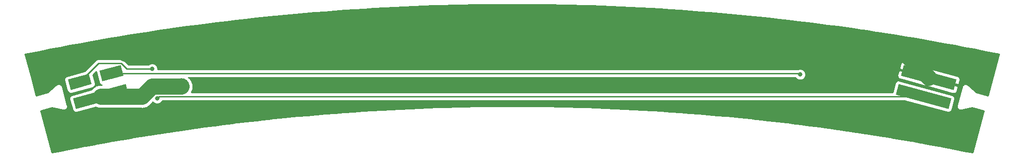
<source format=gbr>
G04 #@! TF.GenerationSoftware,KiCad,Pcbnew,(5.0.1)-4*
G04 #@! TF.CreationDate,2018-11-24T23:15:51-05:00*
G04 #@! TF.ProjectId,strutA,7374727574412E6B696361645F706362,rev?*
G04 #@! TF.SameCoordinates,Original*
G04 #@! TF.FileFunction,Copper,L2,Bot,Signal*
G04 #@! TF.FilePolarity,Positive*
%FSLAX46Y46*%
G04 Gerber Fmt 4.6, Leading zero omitted, Abs format (unit mm)*
G04 Created by KiCad (PCBNEW (5.0.1)-4) date 2018-11-24 11:15:51 PM*
%MOMM*%
%LPD*%
G01*
G04 APERTURE LIST*
G04 #@! TA.AperFunction,SMDPad,CuDef*
%ADD10C,2.000000*%
G04 #@! TD*
G04 #@! TA.AperFunction,Conductor*
%ADD11C,0.100000*%
G04 #@! TD*
G04 #@! TA.AperFunction,ViaPad*
%ADD12C,0.800000*%
G04 #@! TD*
G04 #@! TA.AperFunction,ViaPad*
%ADD13C,3.000000*%
G04 #@! TD*
G04 #@! TA.AperFunction,Conductor*
%ADD14C,0.250000*%
G04 #@! TD*
G04 #@! TA.AperFunction,Conductor*
%ADD15C,3.000000*%
G04 #@! TD*
G04 #@! TA.AperFunction,Conductor*
%ADD16C,0.254000*%
G04 #@! TD*
G04 APERTURE END LIST*
D10*
G04 #@! TO.P,J1,4*
G04 #@! TO.N,Net-(J1-Pad4)*
X130857802Y-148357624D03*
D11*
G04 #@! TD*
G04 #@! TO.N,Net-(J1-Pad4)*
G04 #@! TO.C,J1*
G36*
X133049870Y-148799027D02*
X129189438Y-149846437D01*
X128665734Y-147916221D01*
X132526166Y-146868811D01*
X133049870Y-148799027D01*
X133049870Y-148799027D01*
G37*
D10*
G04 #@! TO.P,J1,3*
G04 #@! TO.N,Net-(J1-Pad3)*
X136648450Y-146786510D03*
D11*
G04 #@! TD*
G04 #@! TO.N,Net-(J1-Pad3)*
G04 #@! TO.C,J1*
G36*
X138840518Y-147227913D02*
X134980086Y-148275323D01*
X134456382Y-146345107D01*
X138316814Y-145297697D01*
X138840518Y-147227913D01*
X138840518Y-147227913D01*
G37*
D10*
G04 #@! TO.P,J1,5*
G04 #@! TO.N,GND*
X134695794Y-151046456D03*
D11*
G04 #@! TD*
G04 #@! TO.N,GND*
G04 #@! TO.C,J1*
G36*
X139783186Y-150702302D02*
X130132107Y-153320825D01*
X129608402Y-151390610D01*
X139259481Y-148772087D01*
X139783186Y-150702302D01*
X139783186Y-150702302D01*
G37*
D10*
G04 #@! TO.P,J2,2*
G04 #@! TO.N,/Clock*
X285304206Y-151046456D03*
D11*
G04 #@! TD*
G04 #@! TO.N,/Clock*
G04 #@! TO.C,J2*
G36*
X280740519Y-148772087D02*
X290391598Y-151390610D01*
X289867893Y-153320825D01*
X280216814Y-150702302D01*
X280740519Y-148772087D01*
X280740519Y-148772087D01*
G37*
D10*
G04 #@! TO.P,J2,1*
G04 #@! TO.N,+5V*
X286246874Y-147572067D03*
D11*
G04 #@! TD*
G04 #@! TO.N,+5V*
G04 #@! TO.C,J2*
G36*
X281683187Y-145297698D02*
X291334266Y-147916221D01*
X290810561Y-149846436D01*
X281159482Y-147227913D01*
X281683187Y-145297698D01*
X281683187Y-145297698D01*
G37*
D12*
G04 #@! TO.N,Net-(J1-Pad4)*
X144100000Y-146000000D03*
G04 #@! TO.N,Net-(J1-Pad3)*
X262700000Y-147000000D03*
D13*
G04 #@! TO.N,GND*
X149400000Y-149221456D03*
D12*
G04 #@! TO.N,/Clock*
X145000000Y-151400000D03*
D13*
G04 #@! TO.N,+5V*
X137700000Y-141700000D03*
G04 #@! TD*
D14*
G04 #@! TO.N,Net-(J1-Pad4)*
X132350470Y-146864956D02*
X130857802Y-148357624D01*
X134242739Y-144972687D02*
X132350470Y-146864956D01*
X138451438Y-144972687D02*
X134242739Y-144972687D01*
X139478751Y-146000000D02*
X138451438Y-144972687D01*
X144100000Y-146000000D02*
X139478751Y-146000000D01*
G04 #@! TO.N,Net-(J1-Pad3)*
X136648450Y-146786510D02*
X262486510Y-146786510D01*
X262486510Y-146786510D02*
X262700000Y-147000000D01*
D15*
G04 #@! TO.N,GND*
X138614739Y-151046456D02*
X134695794Y-151046456D01*
X142245542Y-151046456D02*
X138614739Y-151046456D01*
X144070542Y-149221456D02*
X142245542Y-151046456D01*
X149400000Y-149221456D02*
X144070542Y-149221456D01*
D14*
G04 #@! TO.N,/Clock*
X285304206Y-151046456D02*
X145353544Y-151046456D01*
X145353544Y-151046456D02*
X145000000Y-151400000D01*
D15*
G04 #@! TO.N,+5V*
X284754207Y-146079400D02*
X286246874Y-147572067D01*
X281874806Y-143199999D02*
X284754207Y-146079400D01*
X139199999Y-143199999D02*
X281874806Y-143199999D01*
X137700000Y-141700000D02*
X139199999Y-143199999D01*
G04 #@! TD*
D16*
G04 #@! TO.N,+5V*
G36*
X213559571Y-134189265D02*
X213561352Y-134189630D01*
X213624488Y-134189979D01*
X213687746Y-134190674D01*
X213689537Y-134190338D01*
X215432713Y-134199970D01*
X217174067Y-134228832D01*
X217174069Y-134228832D01*
X219047243Y-134259879D01*
X220863534Y-134299797D01*
X222669922Y-134349697D01*
X224413166Y-134407484D01*
X224413167Y-134407484D01*
X226286432Y-134469581D01*
X228092678Y-134539437D01*
X229899035Y-134619275D01*
X231642299Y-134705957D01*
X231642301Y-134705957D01*
X233515305Y-134799089D01*
X235321706Y-134898890D01*
X237065080Y-135004841D01*
X237065081Y-135004841D01*
X238936329Y-135118563D01*
X240742824Y-135248311D01*
X242540749Y-135378161D01*
X244413911Y-135523047D01*
X244413912Y-135523047D01*
X246157256Y-135657891D01*
X247953570Y-135807585D01*
X249759907Y-135967261D01*
X251556469Y-136136937D01*
X253365612Y-136316852D01*
X255162441Y-136496535D01*
X256959060Y-136686178D01*
X258821720Y-136893141D01*
X258821722Y-136893141D01*
X260555233Y-137085754D01*
X262351826Y-137295356D01*
X264148176Y-137514911D01*
X266010825Y-137752916D01*
X266010826Y-137752916D01*
X267744643Y-137974459D01*
X269540721Y-138213936D01*
X271326808Y-138463389D01*
X273051064Y-138713840D01*
X273051311Y-138713927D01*
X273114990Y-138723125D01*
X273179457Y-138732489D01*
X273179722Y-138732475D01*
X274911838Y-138982670D01*
X276635574Y-139252305D01*
X276637285Y-139252922D01*
X276699795Y-139262351D01*
X276762222Y-139272116D01*
X276764038Y-139272041D01*
X278487987Y-139532078D01*
X280210283Y-139811109D01*
X282062753Y-140111230D01*
X283848856Y-140410578D01*
X285625268Y-140719952D01*
X287413736Y-141039678D01*
X289191440Y-141359266D01*
X290968098Y-141688647D01*
X292810019Y-142040475D01*
X292810022Y-142040475D01*
X294524443Y-142367949D01*
X296301012Y-142717275D01*
X298077101Y-143076484D01*
X299159671Y-143302784D01*
X297106074Y-150869569D01*
X294992303Y-150293750D01*
X293469505Y-148944205D01*
X293411117Y-148877256D01*
X293313616Y-148828840D01*
X293219620Y-148773918D01*
X293196684Y-148770777D01*
X293175950Y-148760481D01*
X293067336Y-148753062D01*
X292959485Y-148738292D01*
X292937095Y-148744167D01*
X292913996Y-148742589D01*
X292810808Y-148777301D01*
X292705517Y-148804927D01*
X292687078Y-148818924D01*
X292665136Y-148826305D01*
X292583093Y-148897858D01*
X292496381Y-148963679D01*
X292484702Y-148983667D01*
X292467255Y-148998883D01*
X292418834Y-149096396D01*
X292363918Y-149190380D01*
X292351866Y-149278384D01*
X291433863Y-152667181D01*
X291399750Y-152749989D01*
X291399958Y-152858116D01*
X291392589Y-152966003D01*
X291400208Y-152988652D01*
X291400254Y-153012551D01*
X291441830Y-153112380D01*
X291476305Y-153214863D01*
X291492012Y-153232872D01*
X291501200Y-153254935D01*
X291577811Y-153331251D01*
X291648883Y-153412744D01*
X291670288Y-153423373D01*
X291687218Y-153440238D01*
X291787196Y-153481425D01*
X291884050Y-153529519D01*
X291907894Y-153531148D01*
X291929989Y-153540250D01*
X292038120Y-153540042D01*
X292146003Y-153547411D01*
X292230895Y-153518853D01*
X294228150Y-153117579D01*
X296339780Y-153685535D01*
X294265159Y-161329787D01*
X293263121Y-161125779D01*
X293260996Y-161124905D01*
X293199359Y-161112798D01*
X293137973Y-161100300D01*
X293135682Y-161100290D01*
X291517474Y-160782428D01*
X289909468Y-160464677D01*
X289907349Y-160463820D01*
X289845794Y-160452095D01*
X289784175Y-160439919D01*
X289781884Y-160439922D01*
X288225466Y-160143461D01*
X288223687Y-160142753D01*
X288161660Y-160131308D01*
X288099639Y-160119494D01*
X288097723Y-160119510D01*
X286479655Y-159820937D01*
X284872133Y-159522535D01*
X284870013Y-159521705D01*
X284808201Y-159510667D01*
X284746545Y-159499222D01*
X284744271Y-159499251D01*
X283187790Y-159221308D01*
X283185689Y-159220502D01*
X283123913Y-159209901D01*
X283062031Y-159198851D01*
X283059775Y-159198895D01*
X281431826Y-158919543D01*
X279814425Y-158640349D01*
X279812622Y-158639667D01*
X279750374Y-158629292D01*
X279688212Y-158618562D01*
X279686286Y-158618611D01*
X278130411Y-158359298D01*
X278128312Y-158358521D01*
X278066362Y-158348624D01*
X278004384Y-158338294D01*
X278002144Y-158338364D01*
X276374753Y-158078367D01*
X274756703Y-157818323D01*
X274754604Y-157817559D01*
X274692497Y-157808004D01*
X274630548Y-157798048D01*
X274628319Y-157798131D01*
X273062699Y-157557266D01*
X273060885Y-157556618D01*
X272998498Y-157547389D01*
X272936110Y-157537791D01*
X272934184Y-157537875D01*
X271369245Y-157306375D01*
X271367687Y-157305827D01*
X271305057Y-157296880D01*
X271242278Y-157287593D01*
X271240623Y-157287675D01*
X269687414Y-157065788D01*
X269687153Y-157065696D01*
X269622911Y-157056573D01*
X269558988Y-157047441D01*
X269558713Y-157047456D01*
X267994980Y-156825387D01*
X267992903Y-156824674D01*
X267930626Y-156816248D01*
X267868439Y-156807417D01*
X267866248Y-156807538D01*
X266228392Y-156585946D01*
X264599571Y-156364272D01*
X264595892Y-156363053D01*
X264535196Y-156355511D01*
X264474592Y-156347263D01*
X264470724Y-156347500D01*
X262843244Y-156145269D01*
X261215584Y-155933384D01*
X261211672Y-155932116D01*
X261151120Y-155924992D01*
X261090739Y-155917132D01*
X261086642Y-155917407D01*
X259446561Y-155724456D01*
X257819969Y-155531960D01*
X257817909Y-155531305D01*
X257755471Y-155524327D01*
X257693012Y-155516935D01*
X257690855Y-155517105D01*
X256116188Y-155341112D01*
X256114538Y-155340597D01*
X256051657Y-155333900D01*
X255988707Y-155326864D01*
X255986982Y-155327011D01*
X254424330Y-155160575D01*
X254424135Y-155160514D01*
X254360256Y-155153750D01*
X254295263Y-155146828D01*
X254295056Y-155146847D01*
X252720280Y-154980106D01*
X252716561Y-154978995D01*
X252655629Y-154973260D01*
X252594852Y-154966825D01*
X252590992Y-154967177D01*
X250953683Y-154813077D01*
X249316489Y-154649358D01*
X249312761Y-154648268D01*
X249251824Y-154642891D01*
X249190992Y-154636808D01*
X249187128Y-154637183D01*
X247483259Y-154486841D01*
X247483257Y-154486841D01*
X245910823Y-154348097D01*
X245908953Y-154347562D01*
X245846112Y-154342387D01*
X245783259Y-154336841D01*
X245781324Y-154337051D01*
X244208954Y-154207562D01*
X244208953Y-154207562D01*
X242507012Y-154067402D01*
X242505137Y-154066878D01*
X242442242Y-154062068D01*
X242379386Y-154056892D01*
X242377452Y-154057114D01*
X240803190Y-153936729D01*
X240801314Y-153936216D01*
X240738531Y-153931784D01*
X240675510Y-153926965D01*
X240673571Y-153927199D01*
X239099243Y-153816070D01*
X239097237Y-153815535D01*
X239034415Y-153811494D01*
X238971631Y-153807062D01*
X238969572Y-153807323D01*
X237322834Y-153701392D01*
X235685535Y-153595449D01*
X235683647Y-153594957D01*
X235620698Y-153591254D01*
X235557750Y-153587181D01*
X235555815Y-153587437D01*
X233981594Y-153494835D01*
X233979602Y-153494329D01*
X233916736Y-153491020D01*
X233853866Y-153487322D01*
X233851829Y-153487604D01*
X232203852Y-153400868D01*
X230567762Y-153314252D01*
X230565775Y-153313759D01*
X230502817Y-153310814D01*
X230439981Y-153307487D01*
X230437958Y-153307779D01*
X228853911Y-153233672D01*
X228852101Y-153233234D01*
X228789043Y-153230637D01*
X228725912Y-153227684D01*
X228724068Y-153227962D01*
X227152018Y-153163230D01*
X227151943Y-153163212D01*
X227089040Y-153160637D01*
X227022206Y-153157885D01*
X227022125Y-153157898D01*
X225440067Y-153093135D01*
X225438241Y-153092704D01*
X225375160Y-153090478D01*
X225312047Y-153087894D01*
X225310192Y-153088185D01*
X223736228Y-153032633D01*
X223734265Y-153032182D01*
X223671305Y-153030341D01*
X223608318Y-153028118D01*
X223606329Y-153028441D01*
X222022368Y-152982127D01*
X222020510Y-152981712D01*
X221957312Y-152980225D01*
X221894315Y-152978383D01*
X221892444Y-152978699D01*
X220320464Y-152941711D01*
X220320419Y-152941701D01*
X220255432Y-152940181D01*
X220190541Y-152938654D01*
X220190496Y-152938662D01*
X218608509Y-152901657D01*
X218606638Y-152901250D01*
X218543491Y-152900136D01*
X218480450Y-152898661D01*
X218478567Y-152898990D01*
X216906603Y-152871249D01*
X216906570Y-152871242D01*
X216842201Y-152870113D01*
X216776653Y-152868956D01*
X216776619Y-152868962D01*
X215192676Y-152841174D01*
X215188861Y-152840392D01*
X215127714Y-152840034D01*
X215066585Y-152838962D01*
X215062753Y-152839655D01*
X213430920Y-152830112D01*
X211778874Y-152820395D01*
X211778861Y-152820392D01*
X211704551Y-152819957D01*
X211648881Y-152819630D01*
X211648871Y-152819632D01*
X210064966Y-152810369D01*
X210061142Y-152809632D01*
X210000000Y-152809990D01*
X209938858Y-152809632D01*
X209935034Y-152810369D01*
X208351129Y-152819632D01*
X208351119Y-152819630D01*
X208295444Y-152819957D01*
X208221139Y-152820392D01*
X208221126Y-152820395D01*
X206568912Y-152830113D01*
X204937247Y-152839655D01*
X204933415Y-152838962D01*
X204872286Y-152840034D01*
X204811139Y-152840392D01*
X204807324Y-152841174D01*
X203223381Y-152868962D01*
X203223347Y-152868956D01*
X203157799Y-152870113D01*
X203093430Y-152871242D01*
X203093397Y-152871249D01*
X201521434Y-152898990D01*
X201519551Y-152898661D01*
X201456513Y-152900136D01*
X201393362Y-152901250D01*
X201391491Y-152901657D01*
X199809505Y-152938662D01*
X199809460Y-152938654D01*
X199744727Y-152940177D01*
X199679581Y-152941701D01*
X199679536Y-152941711D01*
X198107556Y-152978699D01*
X198105685Y-152978383D01*
X198042688Y-152980225D01*
X197979490Y-152981712D01*
X197977632Y-152982127D01*
X196393738Y-153028439D01*
X196391819Y-153028127D01*
X196328831Y-153030337D01*
X196265735Y-153032182D01*
X196263837Y-153032618D01*
X194679796Y-153088198D01*
X194677794Y-153087885D01*
X194614820Y-153090478D01*
X194551894Y-153092686D01*
X194549924Y-153093150D01*
X192914830Y-153160478D01*
X191265919Y-153227978D01*
X191263906Y-153227675D01*
X191200986Y-153230636D01*
X191138057Y-153233212D01*
X191136079Y-153233690D01*
X189561956Y-153307767D01*
X189560020Y-153307487D01*
X189496989Y-153310824D01*
X189434045Y-153313786D01*
X189432150Y-153314257D01*
X187796148Y-153400868D01*
X186148171Y-153487604D01*
X186146134Y-153487322D01*
X186083256Y-153491021D01*
X186020399Y-153494329D01*
X186018407Y-153494835D01*
X184444312Y-153587430D01*
X184442499Y-153587189D01*
X184379344Y-153591252D01*
X184316353Y-153594957D01*
X184314588Y-153595417D01*
X182732374Y-153697197D01*
X182732250Y-153697181D01*
X182667683Y-153701359D01*
X182602763Y-153705535D01*
X182602642Y-153705567D01*
X181030302Y-153807307D01*
X181028369Y-153807062D01*
X180965538Y-153811497D01*
X180902516Y-153815575D01*
X180900629Y-153816079D01*
X179326423Y-153927199D01*
X179324489Y-153926966D01*
X179261621Y-153931774D01*
X179198686Y-153936216D01*
X179196806Y-153936730D01*
X177622549Y-154057114D01*
X177620614Y-154056892D01*
X177557752Y-154062069D01*
X177494863Y-154066878D01*
X177492988Y-154067402D01*
X175791047Y-154207562D01*
X175791046Y-154207562D01*
X174218676Y-154337051D01*
X174216741Y-154336841D01*
X174153888Y-154342387D01*
X174091047Y-154347562D01*
X174089177Y-154348097D01*
X172516743Y-154486841D01*
X172516741Y-154486841D01*
X170812872Y-154637183D01*
X170809008Y-154636808D01*
X170748176Y-154642891D01*
X170687239Y-154648268D01*
X170683511Y-154649358D01*
X169046334Y-154813075D01*
X167409008Y-154967177D01*
X167405147Y-154966825D01*
X167344362Y-154973261D01*
X167283439Y-154978995D01*
X167279720Y-154980106D01*
X165704944Y-155146847D01*
X165704737Y-155146828D01*
X165639756Y-155153749D01*
X165575865Y-155160514D01*
X165575670Y-155160575D01*
X164013019Y-155327011D01*
X164011292Y-155326864D01*
X163948303Y-155333904D01*
X163885463Y-155340597D01*
X163883814Y-155341112D01*
X162309145Y-155517105D01*
X162306987Y-155516935D01*
X162244512Y-155524328D01*
X162182091Y-155531305D01*
X162180032Y-155531959D01*
X160553596Y-155724437D01*
X158913358Y-155917407D01*
X158909260Y-155917132D01*
X158848871Y-155924993D01*
X158788328Y-155932116D01*
X158784417Y-155933384D01*
X157156775Y-156145266D01*
X155529534Y-156347467D01*
X155525927Y-156347244D01*
X155465047Y-156355481D01*
X155404108Y-156363053D01*
X155400679Y-156364189D01*
X153825668Y-156577279D01*
X153825407Y-156577263D01*
X153761377Y-156585977D01*
X153697096Y-156594674D01*
X153696848Y-156594759D01*
X152133493Y-156807524D01*
X152131560Y-156807417D01*
X152069015Y-156816299D01*
X152006589Y-156824795D01*
X152004763Y-156825424D01*
X150441560Y-157047417D01*
X148749365Y-157287729D01*
X148747150Y-157287621D01*
X148685021Y-157296866D01*
X148622846Y-157305696D01*
X148620754Y-157306430D01*
X147065530Y-157537863D01*
X147063889Y-157537791D01*
X147001153Y-157547443D01*
X146938561Y-157556757D01*
X146937019Y-157557309D01*
X145371985Y-157798084D01*
X145370065Y-157798011D01*
X145307846Y-157807951D01*
X145245396Y-157817559D01*
X145243586Y-157818218D01*
X143679762Y-158068060D01*
X143679451Y-158068048D01*
X143615148Y-158078382D01*
X143551688Y-158088521D01*
X143551400Y-158088628D01*
X141997546Y-158338354D01*
X141995615Y-158338294D01*
X141933341Y-158348673D01*
X141871094Y-158358677D01*
X141869285Y-158359349D01*
X140314043Y-158618556D01*
X140312443Y-158618514D01*
X140249786Y-158629266D01*
X140187379Y-158639667D01*
X140185889Y-158640230D01*
X138622119Y-158908570D01*
X138621787Y-158908562D01*
X138557760Y-158919614D01*
X138494311Y-158930502D01*
X138494004Y-158930620D01*
X136939893Y-159198889D01*
X136937969Y-159198851D01*
X136875837Y-159209946D01*
X136813677Y-159220676D01*
X136811882Y-159221366D01*
X135256080Y-159499189D01*
X135254160Y-159499162D01*
X135192099Y-159510614D01*
X135129988Y-159521705D01*
X135128201Y-159522404D01*
X133573811Y-159809227D01*
X133573454Y-159809222D01*
X133509711Y-159821055D01*
X133446313Y-159832753D01*
X133445983Y-159832884D01*
X131901923Y-160119507D01*
X131900361Y-160119494D01*
X131837921Y-160131387D01*
X131775632Y-160142950D01*
X131774186Y-160143527D01*
X130218117Y-160439922D01*
X130215825Y-160439919D01*
X130154181Y-160452100D01*
X130092652Y-160463820D01*
X130090534Y-160464677D01*
X128482849Y-160782364D01*
X126864318Y-161100290D01*
X126862025Y-161100300D01*
X126800587Y-161112808D01*
X126739004Y-161124905D01*
X126736881Y-161125778D01*
X125734841Y-161329787D01*
X123660219Y-153685535D01*
X125771852Y-153117579D01*
X127769102Y-153518853D01*
X127853996Y-153547411D01*
X127961880Y-153540042D01*
X128070012Y-153540250D01*
X128092108Y-153531147D01*
X128115950Y-153529519D01*
X128212802Y-153481426D01*
X128312782Y-153440238D01*
X128329712Y-153423373D01*
X128351117Y-153412744D01*
X128422189Y-153331251D01*
X128498800Y-153254935D01*
X128507988Y-153232872D01*
X128523695Y-153214863D01*
X128558170Y-153112380D01*
X128599746Y-153012551D01*
X128599792Y-152988652D01*
X128607411Y-152966003D01*
X128600043Y-152858124D01*
X128600251Y-152749988D01*
X128566134Y-152667173D01*
X127648137Y-149278399D01*
X127636083Y-149190380D01*
X127581157Y-149096378D01*
X127532744Y-148998883D01*
X127515299Y-148983669D01*
X127503619Y-148963679D01*
X127416900Y-148897852D01*
X127334863Y-148826305D01*
X127312923Y-148818924D01*
X127294483Y-148804927D01*
X127189180Y-148777298D01*
X127086003Y-148742589D01*
X127062909Y-148744166D01*
X127040516Y-148738291D01*
X126932651Y-148753063D01*
X126824050Y-148760481D01*
X126803318Y-148770776D01*
X126780380Y-148773917D01*
X126686379Y-148828843D01*
X126588883Y-148877256D01*
X126530495Y-148944205D01*
X125007698Y-150293749D01*
X122893926Y-150869570D01*
X122070011Y-147833730D01*
X128023571Y-147833730D01*
X128040884Y-148085754D01*
X128564588Y-150015970D01*
X128677030Y-150242185D01*
X128867481Y-150408151D01*
X129106947Y-150488600D01*
X129358972Y-150471286D01*
X133219404Y-149423876D01*
X133445618Y-149311435D01*
X133611584Y-149120984D01*
X133692033Y-148881518D01*
X133674720Y-148629494D01*
X133244905Y-147045323D01*
X133827936Y-146462292D01*
X133831532Y-146514640D01*
X134355236Y-148444856D01*
X134467678Y-148671071D01*
X134658129Y-148837037D01*
X134879646Y-148911456D01*
X134485515Y-148911456D01*
X133862758Y-149035330D01*
X133156545Y-149507207D01*
X132952611Y-149812415D01*
X129438868Y-150765761D01*
X129212654Y-150878202D01*
X129046688Y-151068653D01*
X128966239Y-151308119D01*
X128983553Y-151560144D01*
X129507258Y-153490359D01*
X129619699Y-153716573D01*
X129810150Y-153882539D01*
X130049616Y-153962988D01*
X130301641Y-153945674D01*
X133779621Y-153002031D01*
X133862758Y-153057582D01*
X134485515Y-153181456D01*
X142035267Y-153181456D01*
X142245542Y-153223282D01*
X142455817Y-153181456D01*
X142455821Y-153181456D01*
X143078578Y-153057582D01*
X143784791Y-152585705D01*
X143903906Y-152407437D01*
X144223816Y-152087527D01*
X144413720Y-152277431D01*
X144794126Y-152435000D01*
X145205874Y-152435000D01*
X145586280Y-152277431D01*
X145877431Y-151986280D01*
X145951916Y-151806456D01*
X281813852Y-151806456D01*
X289698359Y-153945674D01*
X289950384Y-153962988D01*
X290189850Y-153882539D01*
X290380301Y-153716573D01*
X290492742Y-153490359D01*
X291016447Y-151560144D01*
X291033761Y-151308119D01*
X290953312Y-151068653D01*
X290787346Y-150878202D01*
X290561132Y-150765761D01*
X280910053Y-148147238D01*
X280658028Y-148129924D01*
X280418562Y-148210373D01*
X280228111Y-148376339D01*
X280115670Y-148602553D01*
X279658794Y-150286456D01*
X151269770Y-150286456D01*
X151292013Y-150232757D01*
X151411126Y-150054492D01*
X151452953Y-149844213D01*
X151535000Y-149646134D01*
X151535000Y-149431735D01*
X151576827Y-149221456D01*
X151535000Y-149011177D01*
X151535000Y-148796778D01*
X151452953Y-148598699D01*
X151411126Y-148388420D01*
X151292013Y-148210155D01*
X151209966Y-148012076D01*
X151058362Y-147860472D01*
X150939249Y-147682207D01*
X150760984Y-147563094D01*
X150744400Y-147546510D01*
X261806096Y-147546510D01*
X261822569Y-147586280D01*
X262113720Y-147877431D01*
X262494126Y-148035000D01*
X262905874Y-148035000D01*
X263286280Y-147877431D01*
X263577431Y-147586280D01*
X263735000Y-147205874D01*
X263735000Y-147183539D01*
X280513564Y-147183539D01*
X280545750Y-147434099D01*
X280671371Y-147653269D01*
X280871303Y-147807682D01*
X281115108Y-147873831D01*
X285542966Y-149075194D01*
X285621705Y-149030063D01*
X285982883Y-149030063D01*
X286094525Y-149224843D01*
X290522383Y-150426206D01*
X290766188Y-150492355D01*
X291016748Y-150460168D01*
X291235917Y-150334546D01*
X291390331Y-150134615D01*
X291610433Y-149323384D01*
X291498791Y-149128604D01*
X286336187Y-147727891D01*
X285982883Y-149030063D01*
X285621705Y-149030063D01*
X285737746Y-148963552D01*
X286091050Y-147661380D01*
X285432689Y-147482754D01*
X286402698Y-147482754D01*
X291565302Y-148883467D01*
X291760082Y-148771825D01*
X291980184Y-147960595D01*
X291947998Y-147710035D01*
X291822377Y-147490865D01*
X291622445Y-147336452D01*
X291378640Y-147270303D01*
X286950782Y-146068940D01*
X286756002Y-146180582D01*
X286402698Y-147482754D01*
X285432689Y-147482754D01*
X280928446Y-146260667D01*
X280733666Y-146372309D01*
X280513564Y-147183539D01*
X263735000Y-147183539D01*
X263735000Y-146794126D01*
X263577431Y-146413720D01*
X263286280Y-146122569D01*
X262905874Y-145965000D01*
X262494126Y-145965000D01*
X262345627Y-146026510D01*
X145135000Y-146026510D01*
X145135000Y-145820750D01*
X280883315Y-145820750D01*
X280994957Y-146015530D01*
X286157561Y-147416243D01*
X286510865Y-146114071D01*
X286399223Y-145919291D01*
X281971365Y-144717928D01*
X281727560Y-144651779D01*
X281477000Y-144683966D01*
X281257831Y-144809588D01*
X281103417Y-145009519D01*
X280883315Y-145820750D01*
X145135000Y-145820750D01*
X145135000Y-145794126D01*
X144977431Y-145413720D01*
X144686280Y-145122569D01*
X144305874Y-144965000D01*
X143894126Y-144965000D01*
X143513720Y-145122569D01*
X143396289Y-145240000D01*
X139793553Y-145240000D01*
X139041769Y-144488217D01*
X138999367Y-144424758D01*
X138747975Y-144256783D01*
X138526290Y-144212687D01*
X138526285Y-144212687D01*
X138451438Y-144197799D01*
X138376591Y-144212687D01*
X134317585Y-144212687D01*
X134242738Y-144197799D01*
X134167891Y-144212687D01*
X134167887Y-144212687D01*
X133946202Y-144256783D01*
X133946200Y-144256784D01*
X133946201Y-144256784D01*
X133758265Y-144382358D01*
X133758263Y-144382360D01*
X133694810Y-144424758D01*
X133652412Y-144488211D01*
X131866002Y-146274623D01*
X131865996Y-146274627D01*
X131725394Y-146415229D01*
X128496200Y-147291372D01*
X128269986Y-147403813D01*
X128104020Y-147594264D01*
X128023571Y-147833730D01*
X122070011Y-147833730D01*
X120840535Y-143303547D01*
X121932672Y-143076530D01*
X123709483Y-142717175D01*
X125475894Y-142367885D01*
X127189978Y-142040475D01*
X127189980Y-142040475D01*
X129031684Y-141688688D01*
X130818239Y-141359323D01*
X132532802Y-141051087D01*
X134374704Y-140719958D01*
X136160967Y-140410606D01*
X137947622Y-140111167D01*
X139726060Y-139821422D01*
X141513458Y-139531844D01*
X143310028Y-139252377D01*
X145096714Y-138982877D01*
X146949198Y-138713802D01*
X146949200Y-138713801D01*
X148672837Y-138463441D01*
X150468977Y-138213977D01*
X152265695Y-137974415D01*
X154052573Y-137744815D01*
X155851844Y-137514908D01*
X157648195Y-137295354D01*
X159444786Y-137085751D01*
X161178278Y-136893141D01*
X161178279Y-136893141D01*
X163040958Y-136686176D01*
X164837288Y-136496564D01*
X166580810Y-136323174D01*
X166580992Y-136323192D01*
X166645882Y-136316703D01*
X166709996Y-136310327D01*
X166710169Y-136310274D01*
X168443690Y-136136922D01*
X170250016Y-135967267D01*
X172046483Y-135807581D01*
X173852768Y-135657889D01*
X175651329Y-135518001D01*
X177459127Y-135378171D01*
X179332117Y-135243647D01*
X179332119Y-135243647D01*
X181073720Y-135118560D01*
X182872034Y-135008662D01*
X184678294Y-134898890D01*
X186484695Y-134799089D01*
X188357699Y-134705957D01*
X188357701Y-134705957D01*
X190100965Y-134619275D01*
X191907354Y-134539435D01*
X193723641Y-134469579D01*
X195596833Y-134407484D01*
X195596834Y-134407484D01*
X197340083Y-134349697D01*
X199146353Y-134299800D01*
X200952741Y-134259879D01*
X202766744Y-134229813D01*
X204577264Y-134199970D01*
X206320486Y-134190338D01*
X206322294Y-134190677D01*
X206385445Y-134189979D01*
X206448648Y-134189630D01*
X206450451Y-134189261D01*
X208193599Y-134170000D01*
X211806453Y-134170000D01*
X213559571Y-134189265D01*
X213559571Y-134189265D01*
G37*
X213559571Y-134189265D02*
X213561352Y-134189630D01*
X213624488Y-134189979D01*
X213687746Y-134190674D01*
X213689537Y-134190338D01*
X215432713Y-134199970D01*
X217174067Y-134228832D01*
X217174069Y-134228832D01*
X219047243Y-134259879D01*
X220863534Y-134299797D01*
X222669922Y-134349697D01*
X224413166Y-134407484D01*
X224413167Y-134407484D01*
X226286432Y-134469581D01*
X228092678Y-134539437D01*
X229899035Y-134619275D01*
X231642299Y-134705957D01*
X231642301Y-134705957D01*
X233515305Y-134799089D01*
X235321706Y-134898890D01*
X237065080Y-135004841D01*
X237065081Y-135004841D01*
X238936329Y-135118563D01*
X240742824Y-135248311D01*
X242540749Y-135378161D01*
X244413911Y-135523047D01*
X244413912Y-135523047D01*
X246157256Y-135657891D01*
X247953570Y-135807585D01*
X249759907Y-135967261D01*
X251556469Y-136136937D01*
X253365612Y-136316852D01*
X255162441Y-136496535D01*
X256959060Y-136686178D01*
X258821720Y-136893141D01*
X258821722Y-136893141D01*
X260555233Y-137085754D01*
X262351826Y-137295356D01*
X264148176Y-137514911D01*
X266010825Y-137752916D01*
X266010826Y-137752916D01*
X267744643Y-137974459D01*
X269540721Y-138213936D01*
X271326808Y-138463389D01*
X273051064Y-138713840D01*
X273051311Y-138713927D01*
X273114990Y-138723125D01*
X273179457Y-138732489D01*
X273179722Y-138732475D01*
X274911838Y-138982670D01*
X276635574Y-139252305D01*
X276637285Y-139252922D01*
X276699795Y-139262351D01*
X276762222Y-139272116D01*
X276764038Y-139272041D01*
X278487987Y-139532078D01*
X280210283Y-139811109D01*
X282062753Y-140111230D01*
X283848856Y-140410578D01*
X285625268Y-140719952D01*
X287413736Y-141039678D01*
X289191440Y-141359266D01*
X290968098Y-141688647D01*
X292810019Y-142040475D01*
X292810022Y-142040475D01*
X294524443Y-142367949D01*
X296301012Y-142717275D01*
X298077101Y-143076484D01*
X299159671Y-143302784D01*
X297106074Y-150869569D01*
X294992303Y-150293750D01*
X293469505Y-148944205D01*
X293411117Y-148877256D01*
X293313616Y-148828840D01*
X293219620Y-148773918D01*
X293196684Y-148770777D01*
X293175950Y-148760481D01*
X293067336Y-148753062D01*
X292959485Y-148738292D01*
X292937095Y-148744167D01*
X292913996Y-148742589D01*
X292810808Y-148777301D01*
X292705517Y-148804927D01*
X292687078Y-148818924D01*
X292665136Y-148826305D01*
X292583093Y-148897858D01*
X292496381Y-148963679D01*
X292484702Y-148983667D01*
X292467255Y-148998883D01*
X292418834Y-149096396D01*
X292363918Y-149190380D01*
X292351866Y-149278384D01*
X291433863Y-152667181D01*
X291399750Y-152749989D01*
X291399958Y-152858116D01*
X291392589Y-152966003D01*
X291400208Y-152988652D01*
X291400254Y-153012551D01*
X291441830Y-153112380D01*
X291476305Y-153214863D01*
X291492012Y-153232872D01*
X291501200Y-153254935D01*
X291577811Y-153331251D01*
X291648883Y-153412744D01*
X291670288Y-153423373D01*
X291687218Y-153440238D01*
X291787196Y-153481425D01*
X291884050Y-153529519D01*
X291907894Y-153531148D01*
X291929989Y-153540250D01*
X292038120Y-153540042D01*
X292146003Y-153547411D01*
X292230895Y-153518853D01*
X294228150Y-153117579D01*
X296339780Y-153685535D01*
X294265159Y-161329787D01*
X293263121Y-161125779D01*
X293260996Y-161124905D01*
X293199359Y-161112798D01*
X293137973Y-161100300D01*
X293135682Y-161100290D01*
X291517474Y-160782428D01*
X289909468Y-160464677D01*
X289907349Y-160463820D01*
X289845794Y-160452095D01*
X289784175Y-160439919D01*
X289781884Y-160439922D01*
X288225466Y-160143461D01*
X288223687Y-160142753D01*
X288161660Y-160131308D01*
X288099639Y-160119494D01*
X288097723Y-160119510D01*
X286479655Y-159820937D01*
X284872133Y-159522535D01*
X284870013Y-159521705D01*
X284808201Y-159510667D01*
X284746545Y-159499222D01*
X284744271Y-159499251D01*
X283187790Y-159221308D01*
X283185689Y-159220502D01*
X283123913Y-159209901D01*
X283062031Y-159198851D01*
X283059775Y-159198895D01*
X281431826Y-158919543D01*
X279814425Y-158640349D01*
X279812622Y-158639667D01*
X279750374Y-158629292D01*
X279688212Y-158618562D01*
X279686286Y-158618611D01*
X278130411Y-158359298D01*
X278128312Y-158358521D01*
X278066362Y-158348624D01*
X278004384Y-158338294D01*
X278002144Y-158338364D01*
X276374753Y-158078367D01*
X274756703Y-157818323D01*
X274754604Y-157817559D01*
X274692497Y-157808004D01*
X274630548Y-157798048D01*
X274628319Y-157798131D01*
X273062699Y-157557266D01*
X273060885Y-157556618D01*
X272998498Y-157547389D01*
X272936110Y-157537791D01*
X272934184Y-157537875D01*
X271369245Y-157306375D01*
X271367687Y-157305827D01*
X271305057Y-157296880D01*
X271242278Y-157287593D01*
X271240623Y-157287675D01*
X269687414Y-157065788D01*
X269687153Y-157065696D01*
X269622911Y-157056573D01*
X269558988Y-157047441D01*
X269558713Y-157047456D01*
X267994980Y-156825387D01*
X267992903Y-156824674D01*
X267930626Y-156816248D01*
X267868439Y-156807417D01*
X267866248Y-156807538D01*
X266228392Y-156585946D01*
X264599571Y-156364272D01*
X264595892Y-156363053D01*
X264535196Y-156355511D01*
X264474592Y-156347263D01*
X264470724Y-156347500D01*
X262843244Y-156145269D01*
X261215584Y-155933384D01*
X261211672Y-155932116D01*
X261151120Y-155924992D01*
X261090739Y-155917132D01*
X261086642Y-155917407D01*
X259446561Y-155724456D01*
X257819969Y-155531960D01*
X257817909Y-155531305D01*
X257755471Y-155524327D01*
X257693012Y-155516935D01*
X257690855Y-155517105D01*
X256116188Y-155341112D01*
X256114538Y-155340597D01*
X256051657Y-155333900D01*
X255988707Y-155326864D01*
X255986982Y-155327011D01*
X254424330Y-155160575D01*
X254424135Y-155160514D01*
X254360256Y-155153750D01*
X254295263Y-155146828D01*
X254295056Y-155146847D01*
X252720280Y-154980106D01*
X252716561Y-154978995D01*
X252655629Y-154973260D01*
X252594852Y-154966825D01*
X252590992Y-154967177D01*
X250953683Y-154813077D01*
X249316489Y-154649358D01*
X249312761Y-154648268D01*
X249251824Y-154642891D01*
X249190992Y-154636808D01*
X249187128Y-154637183D01*
X247483259Y-154486841D01*
X247483257Y-154486841D01*
X245910823Y-154348097D01*
X245908953Y-154347562D01*
X245846112Y-154342387D01*
X245783259Y-154336841D01*
X245781324Y-154337051D01*
X244208954Y-154207562D01*
X244208953Y-154207562D01*
X242507012Y-154067402D01*
X242505137Y-154066878D01*
X242442242Y-154062068D01*
X242379386Y-154056892D01*
X242377452Y-154057114D01*
X240803190Y-153936729D01*
X240801314Y-153936216D01*
X240738531Y-153931784D01*
X240675510Y-153926965D01*
X240673571Y-153927199D01*
X239099243Y-153816070D01*
X239097237Y-153815535D01*
X239034415Y-153811494D01*
X238971631Y-153807062D01*
X238969572Y-153807323D01*
X237322834Y-153701392D01*
X235685535Y-153595449D01*
X235683647Y-153594957D01*
X235620698Y-153591254D01*
X235557750Y-153587181D01*
X235555815Y-153587437D01*
X233981594Y-153494835D01*
X233979602Y-153494329D01*
X233916736Y-153491020D01*
X233853866Y-153487322D01*
X233851829Y-153487604D01*
X232203852Y-153400868D01*
X230567762Y-153314252D01*
X230565775Y-153313759D01*
X230502817Y-153310814D01*
X230439981Y-153307487D01*
X230437958Y-153307779D01*
X228853911Y-153233672D01*
X228852101Y-153233234D01*
X228789043Y-153230637D01*
X228725912Y-153227684D01*
X228724068Y-153227962D01*
X227152018Y-153163230D01*
X227151943Y-153163212D01*
X227089040Y-153160637D01*
X227022206Y-153157885D01*
X227022125Y-153157898D01*
X225440067Y-153093135D01*
X225438241Y-153092704D01*
X225375160Y-153090478D01*
X225312047Y-153087894D01*
X225310192Y-153088185D01*
X223736228Y-153032633D01*
X223734265Y-153032182D01*
X223671305Y-153030341D01*
X223608318Y-153028118D01*
X223606329Y-153028441D01*
X222022368Y-152982127D01*
X222020510Y-152981712D01*
X221957312Y-152980225D01*
X221894315Y-152978383D01*
X221892444Y-152978699D01*
X220320464Y-152941711D01*
X220320419Y-152941701D01*
X220255432Y-152940181D01*
X220190541Y-152938654D01*
X220190496Y-152938662D01*
X218608509Y-152901657D01*
X218606638Y-152901250D01*
X218543491Y-152900136D01*
X218480450Y-152898661D01*
X218478567Y-152898990D01*
X216906603Y-152871249D01*
X216906570Y-152871242D01*
X216842201Y-152870113D01*
X216776653Y-152868956D01*
X216776619Y-152868962D01*
X215192676Y-152841174D01*
X215188861Y-152840392D01*
X215127714Y-152840034D01*
X215066585Y-152838962D01*
X215062753Y-152839655D01*
X213430920Y-152830112D01*
X211778874Y-152820395D01*
X211778861Y-152820392D01*
X211704551Y-152819957D01*
X211648881Y-152819630D01*
X211648871Y-152819632D01*
X210064966Y-152810369D01*
X210061142Y-152809632D01*
X210000000Y-152809990D01*
X209938858Y-152809632D01*
X209935034Y-152810369D01*
X208351129Y-152819632D01*
X208351119Y-152819630D01*
X208295444Y-152819957D01*
X208221139Y-152820392D01*
X208221126Y-152820395D01*
X206568912Y-152830113D01*
X204937247Y-152839655D01*
X204933415Y-152838962D01*
X204872286Y-152840034D01*
X204811139Y-152840392D01*
X204807324Y-152841174D01*
X203223381Y-152868962D01*
X203223347Y-152868956D01*
X203157799Y-152870113D01*
X203093430Y-152871242D01*
X203093397Y-152871249D01*
X201521434Y-152898990D01*
X201519551Y-152898661D01*
X201456513Y-152900136D01*
X201393362Y-152901250D01*
X201391491Y-152901657D01*
X199809505Y-152938662D01*
X199809460Y-152938654D01*
X199744727Y-152940177D01*
X199679581Y-152941701D01*
X199679536Y-152941711D01*
X198107556Y-152978699D01*
X198105685Y-152978383D01*
X198042688Y-152980225D01*
X197979490Y-152981712D01*
X197977632Y-152982127D01*
X196393738Y-153028439D01*
X196391819Y-153028127D01*
X196328831Y-153030337D01*
X196265735Y-153032182D01*
X196263837Y-153032618D01*
X194679796Y-153088198D01*
X194677794Y-153087885D01*
X194614820Y-153090478D01*
X194551894Y-153092686D01*
X194549924Y-153093150D01*
X192914830Y-153160478D01*
X191265919Y-153227978D01*
X191263906Y-153227675D01*
X191200986Y-153230636D01*
X191138057Y-153233212D01*
X191136079Y-153233690D01*
X189561956Y-153307767D01*
X189560020Y-153307487D01*
X189496989Y-153310824D01*
X189434045Y-153313786D01*
X189432150Y-153314257D01*
X187796148Y-153400868D01*
X186148171Y-153487604D01*
X186146134Y-153487322D01*
X186083256Y-153491021D01*
X186020399Y-153494329D01*
X186018407Y-153494835D01*
X184444312Y-153587430D01*
X184442499Y-153587189D01*
X184379344Y-153591252D01*
X184316353Y-153594957D01*
X184314588Y-153595417D01*
X182732374Y-153697197D01*
X182732250Y-153697181D01*
X182667683Y-153701359D01*
X182602763Y-153705535D01*
X182602642Y-153705567D01*
X181030302Y-153807307D01*
X181028369Y-153807062D01*
X180965538Y-153811497D01*
X180902516Y-153815575D01*
X180900629Y-153816079D01*
X179326423Y-153927199D01*
X179324489Y-153926966D01*
X179261621Y-153931774D01*
X179198686Y-153936216D01*
X179196806Y-153936730D01*
X177622549Y-154057114D01*
X177620614Y-154056892D01*
X177557752Y-154062069D01*
X177494863Y-154066878D01*
X177492988Y-154067402D01*
X175791047Y-154207562D01*
X175791046Y-154207562D01*
X174218676Y-154337051D01*
X174216741Y-154336841D01*
X174153888Y-154342387D01*
X174091047Y-154347562D01*
X174089177Y-154348097D01*
X172516743Y-154486841D01*
X172516741Y-154486841D01*
X170812872Y-154637183D01*
X170809008Y-154636808D01*
X170748176Y-154642891D01*
X170687239Y-154648268D01*
X170683511Y-154649358D01*
X169046334Y-154813075D01*
X167409008Y-154967177D01*
X167405147Y-154966825D01*
X167344362Y-154973261D01*
X167283439Y-154978995D01*
X167279720Y-154980106D01*
X165704944Y-155146847D01*
X165704737Y-155146828D01*
X165639756Y-155153749D01*
X165575865Y-155160514D01*
X165575670Y-155160575D01*
X164013019Y-155327011D01*
X164011292Y-155326864D01*
X163948303Y-155333904D01*
X163885463Y-155340597D01*
X163883814Y-155341112D01*
X162309145Y-155517105D01*
X162306987Y-155516935D01*
X162244512Y-155524328D01*
X162182091Y-155531305D01*
X162180032Y-155531959D01*
X160553596Y-155724437D01*
X158913358Y-155917407D01*
X158909260Y-155917132D01*
X158848871Y-155924993D01*
X158788328Y-155932116D01*
X158784417Y-155933384D01*
X157156775Y-156145266D01*
X155529534Y-156347467D01*
X155525927Y-156347244D01*
X155465047Y-156355481D01*
X155404108Y-156363053D01*
X155400679Y-156364189D01*
X153825668Y-156577279D01*
X153825407Y-156577263D01*
X153761377Y-156585977D01*
X153697096Y-156594674D01*
X153696848Y-156594759D01*
X152133493Y-156807524D01*
X152131560Y-156807417D01*
X152069015Y-156816299D01*
X152006589Y-156824795D01*
X152004763Y-156825424D01*
X150441560Y-157047417D01*
X148749365Y-157287729D01*
X148747150Y-157287621D01*
X148685021Y-157296866D01*
X148622846Y-157305696D01*
X148620754Y-157306430D01*
X147065530Y-157537863D01*
X147063889Y-157537791D01*
X147001153Y-157547443D01*
X146938561Y-157556757D01*
X146937019Y-157557309D01*
X145371985Y-157798084D01*
X145370065Y-157798011D01*
X145307846Y-157807951D01*
X145245396Y-157817559D01*
X145243586Y-157818218D01*
X143679762Y-158068060D01*
X143679451Y-158068048D01*
X143615148Y-158078382D01*
X143551688Y-158088521D01*
X143551400Y-158088628D01*
X141997546Y-158338354D01*
X141995615Y-158338294D01*
X141933341Y-158348673D01*
X141871094Y-158358677D01*
X141869285Y-158359349D01*
X140314043Y-158618556D01*
X140312443Y-158618514D01*
X140249786Y-158629266D01*
X140187379Y-158639667D01*
X140185889Y-158640230D01*
X138622119Y-158908570D01*
X138621787Y-158908562D01*
X138557760Y-158919614D01*
X138494311Y-158930502D01*
X138494004Y-158930620D01*
X136939893Y-159198889D01*
X136937969Y-159198851D01*
X136875837Y-159209946D01*
X136813677Y-159220676D01*
X136811882Y-159221366D01*
X135256080Y-159499189D01*
X135254160Y-159499162D01*
X135192099Y-159510614D01*
X135129988Y-159521705D01*
X135128201Y-159522404D01*
X133573811Y-159809227D01*
X133573454Y-159809222D01*
X133509711Y-159821055D01*
X133446313Y-159832753D01*
X133445983Y-159832884D01*
X131901923Y-160119507D01*
X131900361Y-160119494D01*
X131837921Y-160131387D01*
X131775632Y-160142950D01*
X131774186Y-160143527D01*
X130218117Y-160439922D01*
X130215825Y-160439919D01*
X130154181Y-160452100D01*
X130092652Y-160463820D01*
X130090534Y-160464677D01*
X128482849Y-160782364D01*
X126864318Y-161100290D01*
X126862025Y-161100300D01*
X126800587Y-161112808D01*
X126739004Y-161124905D01*
X126736881Y-161125778D01*
X125734841Y-161329787D01*
X123660219Y-153685535D01*
X125771852Y-153117579D01*
X127769102Y-153518853D01*
X127853996Y-153547411D01*
X127961880Y-153540042D01*
X128070012Y-153540250D01*
X128092108Y-153531147D01*
X128115950Y-153529519D01*
X128212802Y-153481426D01*
X128312782Y-153440238D01*
X128329712Y-153423373D01*
X128351117Y-153412744D01*
X128422189Y-153331251D01*
X128498800Y-153254935D01*
X128507988Y-153232872D01*
X128523695Y-153214863D01*
X128558170Y-153112380D01*
X128599746Y-153012551D01*
X128599792Y-152988652D01*
X128607411Y-152966003D01*
X128600043Y-152858124D01*
X128600251Y-152749988D01*
X128566134Y-152667173D01*
X127648137Y-149278399D01*
X127636083Y-149190380D01*
X127581157Y-149096378D01*
X127532744Y-148998883D01*
X127515299Y-148983669D01*
X127503619Y-148963679D01*
X127416900Y-148897852D01*
X127334863Y-148826305D01*
X127312923Y-148818924D01*
X127294483Y-148804927D01*
X127189180Y-148777298D01*
X127086003Y-148742589D01*
X127062909Y-148744166D01*
X127040516Y-148738291D01*
X126932651Y-148753063D01*
X126824050Y-148760481D01*
X126803318Y-148770776D01*
X126780380Y-148773917D01*
X126686379Y-148828843D01*
X126588883Y-148877256D01*
X126530495Y-148944205D01*
X125007698Y-150293749D01*
X122893926Y-150869570D01*
X122070011Y-147833730D01*
X128023571Y-147833730D01*
X128040884Y-148085754D01*
X128564588Y-150015970D01*
X128677030Y-150242185D01*
X128867481Y-150408151D01*
X129106947Y-150488600D01*
X129358972Y-150471286D01*
X133219404Y-149423876D01*
X133445618Y-149311435D01*
X133611584Y-149120984D01*
X133692033Y-148881518D01*
X133674720Y-148629494D01*
X133244905Y-147045323D01*
X133827936Y-146462292D01*
X133831532Y-146514640D01*
X134355236Y-148444856D01*
X134467678Y-148671071D01*
X134658129Y-148837037D01*
X134879646Y-148911456D01*
X134485515Y-148911456D01*
X133862758Y-149035330D01*
X133156545Y-149507207D01*
X132952611Y-149812415D01*
X129438868Y-150765761D01*
X129212654Y-150878202D01*
X129046688Y-151068653D01*
X128966239Y-151308119D01*
X128983553Y-151560144D01*
X129507258Y-153490359D01*
X129619699Y-153716573D01*
X129810150Y-153882539D01*
X130049616Y-153962988D01*
X130301641Y-153945674D01*
X133779621Y-153002031D01*
X133862758Y-153057582D01*
X134485515Y-153181456D01*
X142035267Y-153181456D01*
X142245542Y-153223282D01*
X142455817Y-153181456D01*
X142455821Y-153181456D01*
X143078578Y-153057582D01*
X143784791Y-152585705D01*
X143903906Y-152407437D01*
X144223816Y-152087527D01*
X144413720Y-152277431D01*
X144794126Y-152435000D01*
X145205874Y-152435000D01*
X145586280Y-152277431D01*
X145877431Y-151986280D01*
X145951916Y-151806456D01*
X281813852Y-151806456D01*
X289698359Y-153945674D01*
X289950384Y-153962988D01*
X290189850Y-153882539D01*
X290380301Y-153716573D01*
X290492742Y-153490359D01*
X291016447Y-151560144D01*
X291033761Y-151308119D01*
X290953312Y-151068653D01*
X290787346Y-150878202D01*
X290561132Y-150765761D01*
X280910053Y-148147238D01*
X280658028Y-148129924D01*
X280418562Y-148210373D01*
X280228111Y-148376339D01*
X280115670Y-148602553D01*
X279658794Y-150286456D01*
X151269770Y-150286456D01*
X151292013Y-150232757D01*
X151411126Y-150054492D01*
X151452953Y-149844213D01*
X151535000Y-149646134D01*
X151535000Y-149431735D01*
X151576827Y-149221456D01*
X151535000Y-149011177D01*
X151535000Y-148796778D01*
X151452953Y-148598699D01*
X151411126Y-148388420D01*
X151292013Y-148210155D01*
X151209966Y-148012076D01*
X151058362Y-147860472D01*
X150939249Y-147682207D01*
X150760984Y-147563094D01*
X150744400Y-147546510D01*
X261806096Y-147546510D01*
X261822569Y-147586280D01*
X262113720Y-147877431D01*
X262494126Y-148035000D01*
X262905874Y-148035000D01*
X263286280Y-147877431D01*
X263577431Y-147586280D01*
X263735000Y-147205874D01*
X263735000Y-147183539D01*
X280513564Y-147183539D01*
X280545750Y-147434099D01*
X280671371Y-147653269D01*
X280871303Y-147807682D01*
X281115108Y-147873831D01*
X285542966Y-149075194D01*
X285621705Y-149030063D01*
X285982883Y-149030063D01*
X286094525Y-149224843D01*
X290522383Y-150426206D01*
X290766188Y-150492355D01*
X291016748Y-150460168D01*
X291235917Y-150334546D01*
X291390331Y-150134615D01*
X291610433Y-149323384D01*
X291498791Y-149128604D01*
X286336187Y-147727891D01*
X285982883Y-149030063D01*
X285621705Y-149030063D01*
X285737746Y-148963552D01*
X286091050Y-147661380D01*
X285432689Y-147482754D01*
X286402698Y-147482754D01*
X291565302Y-148883467D01*
X291760082Y-148771825D01*
X291980184Y-147960595D01*
X291947998Y-147710035D01*
X291822377Y-147490865D01*
X291622445Y-147336452D01*
X291378640Y-147270303D01*
X286950782Y-146068940D01*
X286756002Y-146180582D01*
X286402698Y-147482754D01*
X285432689Y-147482754D01*
X280928446Y-146260667D01*
X280733666Y-146372309D01*
X280513564Y-147183539D01*
X263735000Y-147183539D01*
X263735000Y-146794126D01*
X263577431Y-146413720D01*
X263286280Y-146122569D01*
X262905874Y-145965000D01*
X262494126Y-145965000D01*
X262345627Y-146026510D01*
X145135000Y-146026510D01*
X145135000Y-145820750D01*
X280883315Y-145820750D01*
X280994957Y-146015530D01*
X286157561Y-147416243D01*
X286510865Y-146114071D01*
X286399223Y-145919291D01*
X281971365Y-144717928D01*
X281727560Y-144651779D01*
X281477000Y-144683966D01*
X281257831Y-144809588D01*
X281103417Y-145009519D01*
X280883315Y-145820750D01*
X145135000Y-145820750D01*
X145135000Y-145794126D01*
X144977431Y-145413720D01*
X144686280Y-145122569D01*
X144305874Y-144965000D01*
X143894126Y-144965000D01*
X143513720Y-145122569D01*
X143396289Y-145240000D01*
X139793553Y-145240000D01*
X139041769Y-144488217D01*
X138999367Y-144424758D01*
X138747975Y-144256783D01*
X138526290Y-144212687D01*
X138526285Y-144212687D01*
X138451438Y-144197799D01*
X138376591Y-144212687D01*
X134317585Y-144212687D01*
X134242738Y-144197799D01*
X134167891Y-144212687D01*
X134167887Y-144212687D01*
X133946202Y-144256783D01*
X133946200Y-144256784D01*
X133946201Y-144256784D01*
X133758265Y-144382358D01*
X133758263Y-144382360D01*
X133694810Y-144424758D01*
X133652412Y-144488211D01*
X131866002Y-146274623D01*
X131865996Y-146274627D01*
X131725394Y-146415229D01*
X128496200Y-147291372D01*
X128269986Y-147403813D01*
X128104020Y-147594264D01*
X128023571Y-147833730D01*
X122070011Y-147833730D01*
X120840535Y-143303547D01*
X121932672Y-143076530D01*
X123709483Y-142717175D01*
X125475894Y-142367885D01*
X127189978Y-142040475D01*
X127189980Y-142040475D01*
X129031684Y-141688688D01*
X130818239Y-141359323D01*
X132532802Y-141051087D01*
X134374704Y-140719958D01*
X136160967Y-140410606D01*
X137947622Y-140111167D01*
X139726060Y-139821422D01*
X141513458Y-139531844D01*
X143310028Y-139252377D01*
X145096714Y-138982877D01*
X146949198Y-138713802D01*
X146949200Y-138713801D01*
X148672837Y-138463441D01*
X150468977Y-138213977D01*
X152265695Y-137974415D01*
X154052573Y-137744815D01*
X155851844Y-137514908D01*
X157648195Y-137295354D01*
X159444786Y-137085751D01*
X161178278Y-136893141D01*
X161178279Y-136893141D01*
X163040958Y-136686176D01*
X164837288Y-136496564D01*
X166580810Y-136323174D01*
X166580992Y-136323192D01*
X166645882Y-136316703D01*
X166709996Y-136310327D01*
X166710169Y-136310274D01*
X168443690Y-136136922D01*
X170250016Y-135967267D01*
X172046483Y-135807581D01*
X173852768Y-135657889D01*
X175651329Y-135518001D01*
X177459127Y-135378171D01*
X179332117Y-135243647D01*
X179332119Y-135243647D01*
X181073720Y-135118560D01*
X182872034Y-135008662D01*
X184678294Y-134898890D01*
X186484695Y-134799089D01*
X188357699Y-134705957D01*
X188357701Y-134705957D01*
X190100965Y-134619275D01*
X191907354Y-134539435D01*
X193723641Y-134469579D01*
X195596833Y-134407484D01*
X195596834Y-134407484D01*
X197340083Y-134349697D01*
X199146353Y-134299800D01*
X200952741Y-134259879D01*
X202766744Y-134229813D01*
X204577264Y-134199970D01*
X206320486Y-134190338D01*
X206322294Y-134190677D01*
X206385445Y-134189979D01*
X206448648Y-134189630D01*
X206450451Y-134189261D01*
X208193599Y-134170000D01*
X211806453Y-134170000D01*
X213559571Y-134189265D01*
G04 #@! TD*
M02*

</source>
